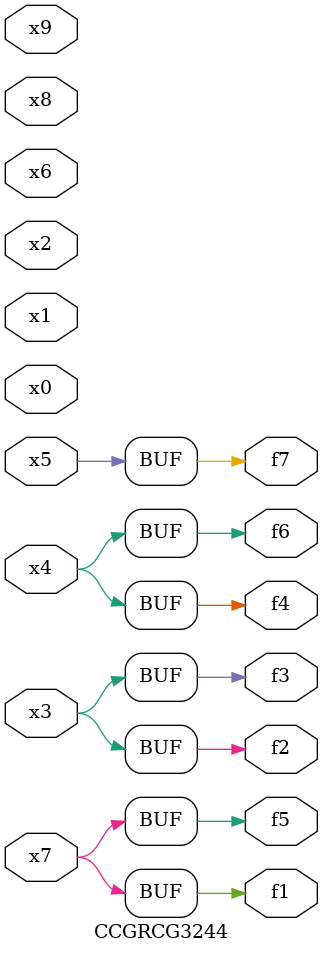
<source format=v>
module CCGRCG3244(
	input x0, x1, x2, x3, x4, x5, x6, x7, x8, x9,
	output f1, f2, f3, f4, f5, f6, f7
);
	assign f1 = x7;
	assign f2 = x3;
	assign f3 = x3;
	assign f4 = x4;
	assign f5 = x7;
	assign f6 = x4;
	assign f7 = x5;
endmodule

</source>
